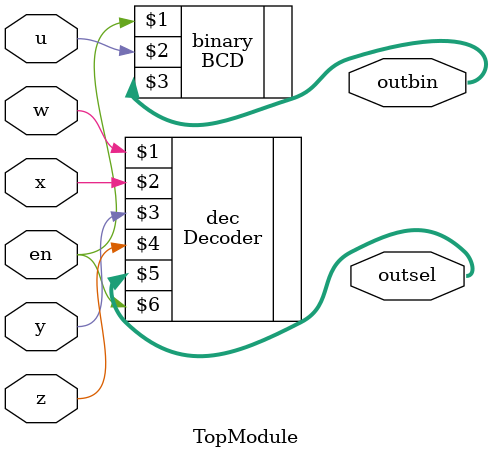
<source format=v>
`timescale 1ns / 1ps
module TopModule(
	input en,
    input w,
    input x,
    input y,
    input z,
    input u,
    output [6:0] outbin,
	 output [3:0] outsel
    );


BCD binary (en, u,outbin);


Decoder dec(w,x,y,z,outsel,en);


endmodule

</source>
